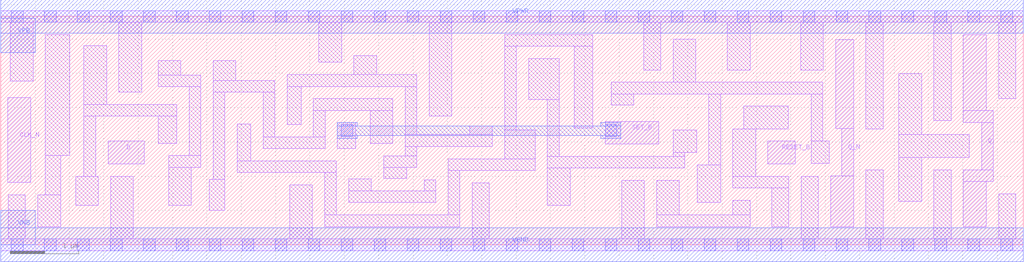
<source format=lef>
# Copyright 2020 The SkyWater PDK Authors
#
# Licensed under the Apache License, Version 2.0 (the "License");
# you may not use this file except in compliance with the License.
# You may obtain a copy of the License at
#
#     https://www.apache.org/licenses/LICENSE-2.0
#
# Unless required by applicable law or agreed to in writing, software
# distributed under the License is distributed on an "AS IS" BASIS,
# WITHOUT WARRANTIES OR CONDITIONS OF ANY KIND, either express or implied.
# See the License for the specific language governing permissions and
# limitations under the License.
#
# SPDX-License-Identifier: Apache-2.0

VERSION 5.5 ;
NAMESCASESENSITIVE ON ;
BUSBITCHARS "[]" ;
DIVIDERCHAR "/" ;
MACRO sky130_fd_sc_lp__dfbbn_2
  CLASS CORE ;
  SOURCE USER ;
  ORIGIN  0.000000  0.000000 ;
  SIZE  14.88000 BY  3.330000 ;
  SYMMETRY X Y R90 ;
  SITE unit ;
  PIN D
    ANTENNAGATEAREA  0.126000 ;
    DIRECTION INPUT ;
    USE SIGNAL ;
    PORT
      LAYER li1 ;
        RECT 1.565000 1.180000 2.085000 1.510000 ;
    END
  END D
  PIN Q
    ANTENNADIFFAREA  0.588000 ;
    DIRECTION OUTPUT ;
    USE SIGNAL ;
    PORT
      LAYER li1 ;
        RECT 14.010000 0.265000 14.340000 0.925000 ;
        RECT 14.010000 0.925000 14.445000 1.095000 ;
        RECT 14.010000 1.785000 14.445000 1.955000 ;
        RECT 14.010000 1.955000 14.340000 3.065000 ;
        RECT 14.275000 1.095000 14.445000 1.785000 ;
    END
  END Q
  PIN Q_N
    ANTENNADIFFAREA  0.588000 ;
    DIRECTION OUTPUT ;
    USE SIGNAL ;
    PORT
      LAYER li1 ;
        RECT 12.080000 0.265000 12.410000 1.005000 ;
        RECT 12.150000 1.695000 12.410000 2.990000 ;
        RECT 12.240000 1.005000 12.410000 1.695000 ;
    END
  END Q_N
  PIN RESET_B
    ANTENNAGATEAREA  0.159000 ;
    DIRECTION INPUT ;
    USE SIGNAL ;
    PORT
      LAYER li1 ;
        RECT 11.165000 1.180000 11.560000 1.510000 ;
    END
  END RESET_B
  PIN SET_B
    ANTENNAPARTIALMETALSIDEAREA  3.115000 ;
    DIRECTION INPUT ;
    USE SIGNAL ;
    PORT
      LAYER li1 ;
        RECT 8.795000 1.470000 9.575000 1.800000 ;
    END
  END SET_B
  PIN CLK_N
    ANTENNAGATEAREA  0.159000 ;
    DIRECTION INPUT ;
    USE CLOCK ;
    PORT
      LAYER li1 ;
        RECT 0.105000 0.910000 0.435000 2.150000 ;
    END
  END CLK_N
  PIN VGND
    DIRECTION INOUT ;
    USE GROUND ;
    PORT
      LAYER met1 ;
        RECT 0.000000 -0.245000 14.880000 0.245000 ;
    END
  END VGND
  PIN VNB
    DIRECTION INOUT ;
    USE GROUND ;
    PORT
      LAYER met1 ;
        RECT 0.000000 0.000000 0.500000 0.500000 ;
    END
  END VNB
  PIN VPB
    DIRECTION INOUT ;
    USE POWER ;
    PORT
      LAYER met1 ;
        RECT 0.000000 2.800000 0.500000 3.300000 ;
    END
  END VPB
  PIN VPWR
    DIRECTION INOUT ;
    USE POWER ;
    PORT
      LAYER met1 ;
        RECT 0.000000 3.085000 14.880000 3.575000 ;
    END
  END VPWR
  OBS
    LAYER li1 ;
      RECT  0.000000 -0.085000 14.880000 0.085000 ;
      RECT  0.000000  3.245000 14.880000 3.415000 ;
      RECT  0.110000  0.085000  0.360000 0.725000 ;
      RECT  0.140000  2.385000  0.470000 3.245000 ;
      RECT  0.540000  0.265000  0.870000 0.725000 ;
      RECT  0.650000  0.725000  0.870000 1.300000 ;
      RECT  0.650000  1.300000  1.005000 3.065000 ;
      RECT  1.090000  0.575000  1.420000 1.000000 ;
      RECT  1.210000  1.000000  1.380000 1.875000 ;
      RECT  1.210000  1.875000  2.560000 2.045000 ;
      RECT  1.210000  2.045000  1.540000 2.905000 ;
      RECT  1.600000  0.085000  1.930000 1.000000 ;
      RECT  1.720000  2.225000  2.050000 3.245000 ;
      RECT  2.290000  2.305000  2.910000 2.475000 ;
      RECT  2.290000  2.475000  2.620000 2.685000 ;
      RECT  2.295000  1.480000  2.560000 1.875000 ;
      RECT  2.445000  0.575000  2.775000 1.130000 ;
      RECT  2.445000  1.130000  2.910000 1.300000 ;
      RECT  2.740000  1.300000  2.910000 2.305000 ;
      RECT  3.035000  0.500000  3.260000 0.950000 ;
      RECT  3.090000  0.950000  3.260000 2.225000 ;
      RECT  3.090000  2.225000  3.990000 2.395000 ;
      RECT  3.090000  2.395000  3.420000 2.685000 ;
      RECT  3.440000  1.055000  4.885000 1.225000 ;
      RECT  3.440000  1.225000  3.640000 1.760000 ;
      RECT  3.820000  1.405000  4.720000 1.575000 ;
      RECT  3.820000  1.575000  3.990000 2.225000 ;
      RECT  4.170000  1.755000  4.370000 2.310000 ;
      RECT  4.170000  2.310000  6.055000 2.480000 ;
      RECT  4.205000  0.085000  4.535000 0.875000 ;
      RECT  4.550000  1.575000  4.720000 1.960000 ;
      RECT  4.550000  1.960000  5.705000 2.130000 ;
      RECT  4.630000  2.660000  4.960000 3.245000 ;
      RECT  4.715000  0.265000  6.680000 0.435000 ;
      RECT  4.715000  0.435000  4.885000 1.055000 ;
      RECT  4.900000  1.405000  5.165000 1.780000 ;
      RECT  5.065000  0.615000  6.330000 0.785000 ;
      RECT  5.065000  0.785000  5.395000 0.960000 ;
      RECT  5.140000  2.480000  5.470000 2.755000 ;
      RECT  5.375000  1.475000  5.705000 1.960000 ;
      RECT  5.575000  0.965000  5.905000 1.125000 ;
      RECT  5.575000  1.125000  6.055000 1.295000 ;
      RECT  5.885000  1.295000  6.055000 1.435000 ;
      RECT  5.885000  1.435000  7.155000 1.605000 ;
      RECT  5.885000  1.605000  6.055000 2.310000 ;
      RECT  6.160000  0.785000  6.330000 0.945000 ;
      RECT  6.235000  1.875000  6.565000 3.245000 ;
      RECT  6.510000  0.435000  6.680000 1.085000 ;
      RECT  6.510000  1.085000  7.775000 1.255000 ;
      RECT  6.825000  1.605000  7.155000 1.735000 ;
      RECT  6.860000  0.085000  7.110000 0.905000 ;
      RECT  7.335000  1.255000  7.775000 1.675000 ;
      RECT  7.335000  1.675000  7.505000 2.895000 ;
      RECT  7.335000  2.895000  8.615000 3.065000 ;
      RECT  7.685000  2.120000  8.125000 2.715000 ;
      RECT  7.955000  0.575000  8.285000 1.120000 ;
      RECT  7.955000  1.120000  9.955000 1.290000 ;
      RECT  7.955000  1.290000  8.125000 2.120000 ;
      RECT  8.345000  1.700000  8.615000 2.895000 ;
      RECT  8.885000  2.040000  9.215000 2.200000 ;
      RECT  8.885000  2.200000 11.965000 2.370000 ;
      RECT  9.035000  0.085000  9.365000 0.940000 ;
      RECT  9.355000  2.550000  9.605000 3.245000 ;
      RECT  9.545000  0.265000 10.905000 0.435000 ;
      RECT  9.545000  0.435000  9.875000 0.940000 ;
      RECT  9.785000  1.290000  9.955000 1.345000 ;
      RECT  9.785000  1.345000 10.125000 1.675000 ;
      RECT  9.785000  2.370000 10.115000 3.000000 ;
      RECT 10.135000  0.615000 10.475000 1.165000 ;
      RECT 10.305000  1.165000 10.475000 2.200000 ;
      RECT 10.575000  2.550000 10.905000 3.245000 ;
      RECT 10.655000  0.435000 10.905000 0.650000 ;
      RECT 10.655000  0.830000 11.470000 1.000000 ;
      RECT 10.655000  1.000000 10.985000 1.690000 ;
      RECT 10.815000  1.690000 11.460000 2.020000 ;
      RECT 11.220000  0.265000 11.470000 0.830000 ;
      RECT 11.640000  2.550000 11.970000 3.245000 ;
      RECT 11.650000  0.085000 11.900000 1.000000 ;
      RECT 11.795000  1.185000 12.060000 1.515000 ;
      RECT 11.795000  1.515000 11.965000 2.200000 ;
      RECT 12.590000  0.085000 12.840000 1.095000 ;
      RECT 12.590000  1.690000 12.840000 3.245000 ;
      RECT 13.070000  0.635000 13.400000 1.275000 ;
      RECT 13.070000  1.275000 14.095000 1.605000 ;
      RECT 13.070000  1.605000 13.400000 2.495000 ;
      RECT 13.580000  0.085000 13.830000 1.095000 ;
      RECT 13.580000  1.815000 13.830000 3.245000 ;
      RECT 14.520000  0.085000 14.770000 0.745000 ;
      RECT 14.520000  2.135000 14.770000 3.245000 ;
    LAYER mcon ;
      RECT  0.155000 -0.085000  0.325000 0.085000 ;
      RECT  0.155000  3.245000  0.325000 3.415000 ;
      RECT  0.635000 -0.085000  0.805000 0.085000 ;
      RECT  0.635000  3.245000  0.805000 3.415000 ;
      RECT  1.115000 -0.085000  1.285000 0.085000 ;
      RECT  1.115000  3.245000  1.285000 3.415000 ;
      RECT  1.595000 -0.085000  1.765000 0.085000 ;
      RECT  1.595000  3.245000  1.765000 3.415000 ;
      RECT  2.075000 -0.085000  2.245000 0.085000 ;
      RECT  2.075000  3.245000  2.245000 3.415000 ;
      RECT  2.555000 -0.085000  2.725000 0.085000 ;
      RECT  2.555000  3.245000  2.725000 3.415000 ;
      RECT  3.035000 -0.085000  3.205000 0.085000 ;
      RECT  3.035000  3.245000  3.205000 3.415000 ;
      RECT  3.515000 -0.085000  3.685000 0.085000 ;
      RECT  3.515000  3.245000  3.685000 3.415000 ;
      RECT  3.995000 -0.085000  4.165000 0.085000 ;
      RECT  3.995000  3.245000  4.165000 3.415000 ;
      RECT  4.475000 -0.085000  4.645000 0.085000 ;
      RECT  4.475000  3.245000  4.645000 3.415000 ;
      RECT  4.955000 -0.085000  5.125000 0.085000 ;
      RECT  4.955000  1.580000  5.125000 1.750000 ;
      RECT  4.955000  3.245000  5.125000 3.415000 ;
      RECT  5.435000 -0.085000  5.605000 0.085000 ;
      RECT  5.435000  3.245000  5.605000 3.415000 ;
      RECT  5.915000 -0.085000  6.085000 0.085000 ;
      RECT  5.915000  3.245000  6.085000 3.415000 ;
      RECT  6.395000 -0.085000  6.565000 0.085000 ;
      RECT  6.395000  3.245000  6.565000 3.415000 ;
      RECT  6.875000 -0.085000  7.045000 0.085000 ;
      RECT  6.875000  3.245000  7.045000 3.415000 ;
      RECT  7.355000 -0.085000  7.525000 0.085000 ;
      RECT  7.355000  3.245000  7.525000 3.415000 ;
      RECT  7.835000 -0.085000  8.005000 0.085000 ;
      RECT  7.835000  3.245000  8.005000 3.415000 ;
      RECT  8.315000 -0.085000  8.485000 0.085000 ;
      RECT  8.315000  3.245000  8.485000 3.415000 ;
      RECT  8.795000 -0.085000  8.965000 0.085000 ;
      RECT  8.795000  1.580000  8.965000 1.750000 ;
      RECT  8.795000  3.245000  8.965000 3.415000 ;
      RECT  9.275000 -0.085000  9.445000 0.085000 ;
      RECT  9.275000  3.245000  9.445000 3.415000 ;
      RECT  9.755000 -0.085000  9.925000 0.085000 ;
      RECT  9.755000  3.245000  9.925000 3.415000 ;
      RECT 10.235000 -0.085000 10.405000 0.085000 ;
      RECT 10.235000  3.245000 10.405000 3.415000 ;
      RECT 10.715000 -0.085000 10.885000 0.085000 ;
      RECT 10.715000  3.245000 10.885000 3.415000 ;
      RECT 11.195000 -0.085000 11.365000 0.085000 ;
      RECT 11.195000  3.245000 11.365000 3.415000 ;
      RECT 11.675000 -0.085000 11.845000 0.085000 ;
      RECT 11.675000  3.245000 11.845000 3.415000 ;
      RECT 12.155000 -0.085000 12.325000 0.085000 ;
      RECT 12.155000  3.245000 12.325000 3.415000 ;
      RECT 12.635000 -0.085000 12.805000 0.085000 ;
      RECT 12.635000  3.245000 12.805000 3.415000 ;
      RECT 13.115000 -0.085000 13.285000 0.085000 ;
      RECT 13.115000  3.245000 13.285000 3.415000 ;
      RECT 13.595000 -0.085000 13.765000 0.085000 ;
      RECT 13.595000  3.245000 13.765000 3.415000 ;
      RECT 14.075000 -0.085000 14.245000 0.085000 ;
      RECT 14.075000  3.245000 14.245000 3.415000 ;
      RECT 14.555000 -0.085000 14.725000 0.085000 ;
      RECT 14.555000  3.245000 14.725000 3.415000 ;
    LAYER met1 ;
      RECT 4.895000 1.550000 5.185000 1.595000 ;
      RECT 4.895000 1.595000 9.025000 1.735000 ;
      RECT 4.895000 1.735000 5.185000 1.780000 ;
      RECT 8.735000 1.550000 9.025000 1.595000 ;
      RECT 8.735000 1.735000 9.025000 1.780000 ;
  END
END sky130_fd_sc_lp__dfbbn_2
END LIBRARY

</source>
